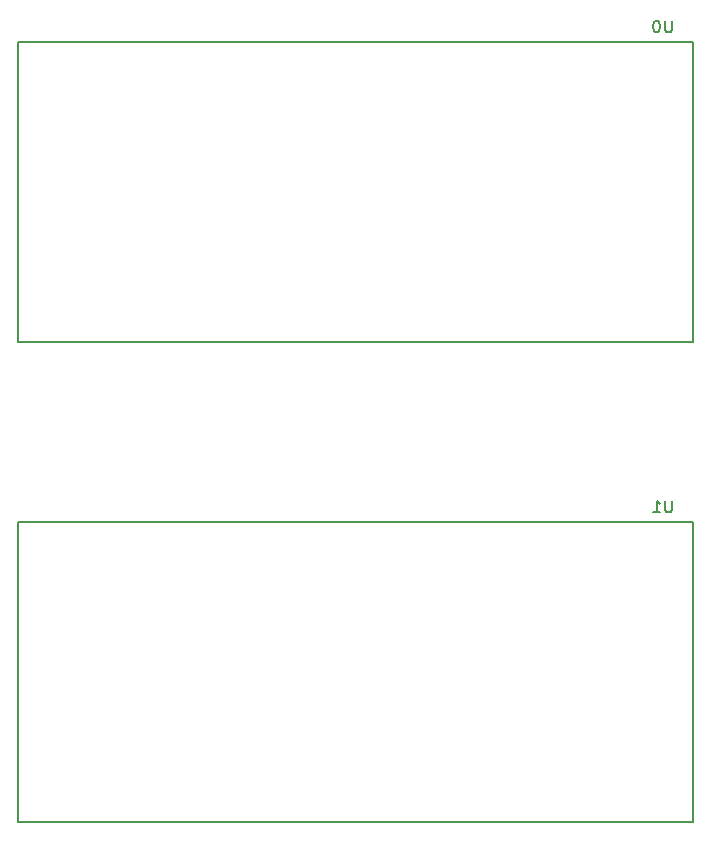
<source format=gbo>
G04 #@! TF.GenerationSoftware,KiCad,Pcbnew,(5.0.0)*
G04 #@! TF.CreationDate,2018-11-06T14:57:09-07:00*
G04 #@! TF.ProjectId,PDU-Board,5044552D426F6172642E6B696361645F,rev?*
G04 #@! TF.SameCoordinates,Original*
G04 #@! TF.FileFunction,Legend,Bot*
G04 #@! TF.FilePolarity,Positive*
%FSLAX46Y46*%
G04 Gerber Fmt 4.6, Leading zero omitted, Abs format (unit mm)*
G04 Created by KiCad (PCBNEW (5.0.0)) date 11/06/18 14:57:09*
%MOMM*%
%LPD*%
G01*
G04 APERTURE LIST*
%ADD10C,0.150000*%
G04 APERTURE END LIST*
D10*
G04 #@! TO.C,U0*
X114300000Y-74930000D02*
X114300000Y-100330000D01*
X171450000Y-74930000D02*
X114300000Y-74930000D01*
X171450000Y-100330000D02*
X171450000Y-74930000D01*
X114300000Y-100330000D02*
X171450000Y-100330000D01*
G04 #@! TO.C,U1*
X114300000Y-140970000D02*
X171450000Y-140970000D01*
X171450000Y-140970000D02*
X171450000Y-115570000D01*
X171450000Y-115570000D02*
X114300000Y-115570000D01*
X114300000Y-115570000D02*
X114300000Y-140970000D01*
G04 #@! TO.C,U0*
X169671904Y-73112380D02*
X169671904Y-73921904D01*
X169624285Y-74017142D01*
X169576666Y-74064761D01*
X169481428Y-74112380D01*
X169290952Y-74112380D01*
X169195714Y-74064761D01*
X169148095Y-74017142D01*
X169100476Y-73921904D01*
X169100476Y-73112380D01*
X168433809Y-73112380D02*
X168338571Y-73112380D01*
X168243333Y-73160000D01*
X168195714Y-73207619D01*
X168148095Y-73302857D01*
X168100476Y-73493333D01*
X168100476Y-73731428D01*
X168148095Y-73921904D01*
X168195714Y-74017142D01*
X168243333Y-74064761D01*
X168338571Y-74112380D01*
X168433809Y-74112380D01*
X168529047Y-74064761D01*
X168576666Y-74017142D01*
X168624285Y-73921904D01*
X168671904Y-73731428D01*
X168671904Y-73493333D01*
X168624285Y-73302857D01*
X168576666Y-73207619D01*
X168529047Y-73160000D01*
X168433809Y-73112380D01*
G04 #@! TO.C,U1*
X169671904Y-113752380D02*
X169671904Y-114561904D01*
X169624285Y-114657142D01*
X169576666Y-114704761D01*
X169481428Y-114752380D01*
X169290952Y-114752380D01*
X169195714Y-114704761D01*
X169148095Y-114657142D01*
X169100476Y-114561904D01*
X169100476Y-113752380D01*
X168100476Y-114752380D02*
X168671904Y-114752380D01*
X168386190Y-114752380D02*
X168386190Y-113752380D01*
X168481428Y-113895238D01*
X168576666Y-113990476D01*
X168671904Y-114038095D01*
G04 #@! TD*
M02*

</source>
